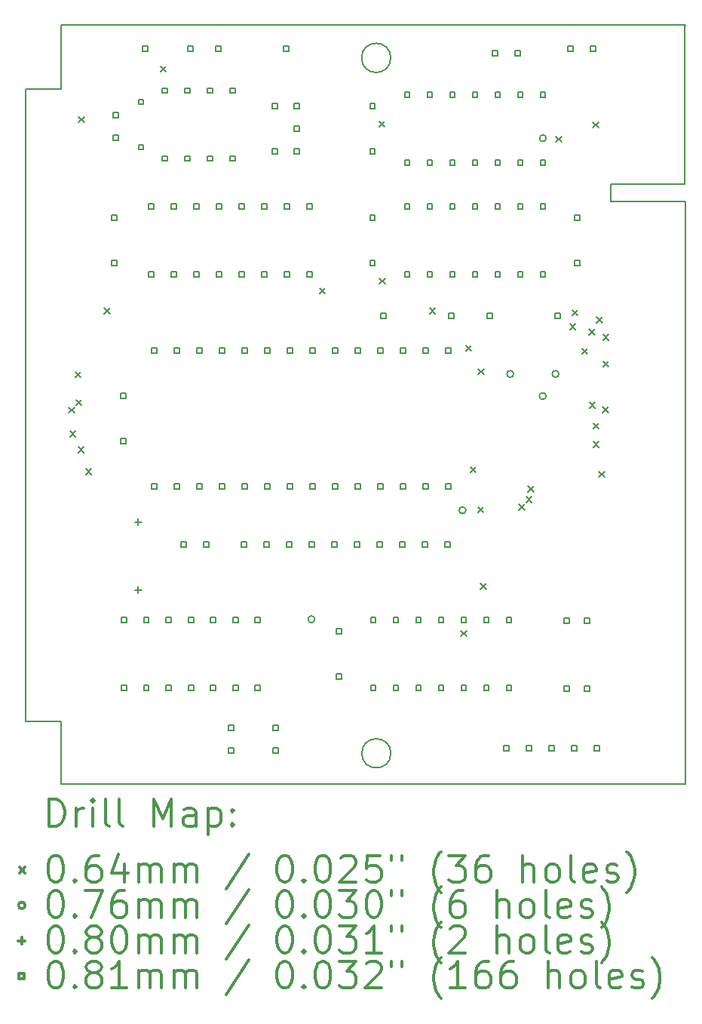
<source format=gbr>
%FSLAX45Y45*%
G04 Gerber Fmt 4.5, Leading zero omitted, Abs format (unit mm)*
G04 Created by KiCad (PCBNEW 4.0.5) date 02/22/17 12:47:48*
%MOMM*%
%LPD*%
G01*
G04 APERTURE LIST*
%ADD10C,0.127000*%
%ADD11C,0.150000*%
%ADD12C,0.200000*%
%ADD13C,0.300000*%
G04 APERTURE END LIST*
D10*
D11*
X15153670Y-4953000D02*
G75*
G03X15153670Y-4953000I-163670J0D01*
G01*
X15154742Y-12756000D02*
G75*
G03X15154742Y-12756000I-162742J0D01*
G01*
X18459000Y-4587000D02*
X18459000Y-4591000D01*
X11449000Y-4587000D02*
X18459000Y-4587000D01*
X11449000Y-5300000D02*
X11449000Y-4587000D01*
X11057000Y-5300000D02*
X11449000Y-5300000D01*
X11057000Y-12402000D02*
X11057000Y-5300000D01*
X11449000Y-12402000D02*
X11057000Y-12402000D01*
X11449000Y-13099000D02*
X11449000Y-12402000D01*
X18459000Y-13099000D02*
X11449000Y-13099000D01*
X18459000Y-6561000D02*
X18459000Y-13099000D01*
X17621000Y-6561000D02*
X18459000Y-6561000D01*
X17621000Y-6367000D02*
X17621000Y-6561000D01*
X18456000Y-6367000D02*
X17621000Y-6367000D01*
X18456000Y-4583000D02*
X18456000Y-6367000D01*
D12*
X11540080Y-8874550D02*
X11603580Y-8938050D01*
X11603580Y-8874550D02*
X11540080Y-8938050D01*
X11550770Y-9139860D02*
X11614270Y-9203360D01*
X11614270Y-9139860D02*
X11550770Y-9203360D01*
X11611220Y-8475610D02*
X11674720Y-8539110D01*
X11674720Y-8475610D02*
X11611220Y-8539110D01*
X11620520Y-8791080D02*
X11684020Y-8854580D01*
X11684020Y-8791080D02*
X11620520Y-8854580D01*
X11645200Y-9319160D02*
X11708700Y-9382660D01*
X11708700Y-9319160D02*
X11645200Y-9382660D01*
X11649730Y-5613060D02*
X11713230Y-5676560D01*
X11713230Y-5613060D02*
X11649730Y-5676560D01*
X11730560Y-9563770D02*
X11794060Y-9627270D01*
X11794060Y-9563770D02*
X11730560Y-9627270D01*
X11935090Y-7759020D02*
X11998590Y-7822520D01*
X11998590Y-7759020D02*
X11935090Y-7822520D01*
X12567760Y-5045840D02*
X12631260Y-5109340D01*
X12631260Y-5045840D02*
X12567760Y-5109340D01*
X14353550Y-7536270D02*
X14417050Y-7599770D01*
X14417050Y-7536270D02*
X14353550Y-7599770D01*
X15022240Y-5663400D02*
X15085740Y-5726900D01*
X15085740Y-5663400D02*
X15022240Y-5726900D01*
X15027550Y-7427700D02*
X15091050Y-7491200D01*
X15091050Y-7427700D02*
X15027550Y-7491200D01*
X15592220Y-7759670D02*
X15655720Y-7823170D01*
X15655720Y-7759670D02*
X15592220Y-7823170D01*
X15942250Y-11379810D02*
X16005750Y-11443310D01*
X16005750Y-11379810D02*
X15942250Y-11443310D01*
X15998310Y-8178270D02*
X16061810Y-8241770D01*
X16061810Y-8178270D02*
X15998310Y-8241770D01*
X16048450Y-9541890D02*
X16111950Y-9605390D01*
X16111950Y-9541890D02*
X16048450Y-9605390D01*
X16131780Y-9990060D02*
X16195280Y-10053560D01*
X16195280Y-9990060D02*
X16131780Y-10053560D01*
X16136570Y-8443420D02*
X16200070Y-8506920D01*
X16200070Y-8443420D02*
X16136570Y-8506920D01*
X16160560Y-10850760D02*
X16224060Y-10914260D01*
X16224060Y-10850760D02*
X16160560Y-10914260D01*
X16593570Y-9961770D02*
X16657070Y-10025270D01*
X16657070Y-9961770D02*
X16593570Y-10025270D01*
X16673720Y-9875790D02*
X16737220Y-9939290D01*
X16737220Y-9875790D02*
X16673720Y-9939290D01*
X16695910Y-9758750D02*
X16759410Y-9822250D01*
X16759410Y-9758750D02*
X16695910Y-9822250D01*
X17007000Y-5832810D02*
X17070500Y-5896310D01*
X17070500Y-5832810D02*
X17007000Y-5896310D01*
X17165740Y-7937390D02*
X17229240Y-8000890D01*
X17229240Y-7937390D02*
X17165740Y-8000890D01*
X17192630Y-7782760D02*
X17256130Y-7846260D01*
X17256130Y-7782760D02*
X17192630Y-7846260D01*
X17300580Y-8214430D02*
X17364080Y-8277930D01*
X17364080Y-8214430D02*
X17300580Y-8277930D01*
X17383280Y-7998300D02*
X17446780Y-8061800D01*
X17446780Y-7998300D02*
X17383280Y-8061800D01*
X17386230Y-8817030D02*
X17449730Y-8880530D01*
X17449730Y-8817030D02*
X17386230Y-8880530D01*
X17422780Y-5672170D02*
X17486280Y-5735670D01*
X17486280Y-5672170D02*
X17422780Y-5735670D01*
X17426970Y-9259870D02*
X17490470Y-9323370D01*
X17490470Y-9259870D02*
X17426970Y-9323370D01*
X17428960Y-9052090D02*
X17492460Y-9115590D01*
X17492460Y-9052090D02*
X17428960Y-9115590D01*
X17465870Y-7860600D02*
X17529370Y-7924100D01*
X17529370Y-7860600D02*
X17465870Y-7924100D01*
X17492520Y-9593630D02*
X17556020Y-9657130D01*
X17556020Y-9593630D02*
X17492520Y-9657130D01*
X17532150Y-8870300D02*
X17595650Y-8933800D01*
X17595650Y-8870300D02*
X17532150Y-8933800D01*
X17538030Y-8358800D02*
X17601530Y-8422300D01*
X17601530Y-8358800D02*
X17538030Y-8422300D01*
X17539880Y-8057630D02*
X17603380Y-8121130D01*
X17603380Y-8057630D02*
X17539880Y-8121130D01*
X14301430Y-11253200D02*
G75*
G03X14301430Y-11253200I-38100J0D01*
G01*
X15997610Y-10029010D02*
G75*
G03X15997610Y-10029010I-38100J0D01*
G01*
X16534100Y-8500000D02*
G75*
G03X16534100Y-8500000I-38100J0D01*
G01*
X16898830Y-8748350D02*
G75*
G03X16898830Y-8748350I-38100J0D01*
G01*
X16900330Y-5854330D02*
G75*
G03X16900330Y-5854330I-38100J0D01*
G01*
X17042100Y-8500000D02*
G75*
G03X17042100Y-8500000I-38100J0D01*
G01*
X12319000Y-10120000D02*
X12319000Y-10200000D01*
X12279000Y-10160000D02*
X12359000Y-10160000D01*
X12319000Y-10882000D02*
X12319000Y-10962000D01*
X12279000Y-10922000D02*
X12359000Y-10922000D01*
X12078737Y-6774737D02*
X12078737Y-6717263D01*
X12021263Y-6717263D01*
X12021263Y-6774737D01*
X12078737Y-6774737D01*
X12078737Y-7282737D02*
X12078737Y-7225263D01*
X12021263Y-7225263D01*
X12021263Y-7282737D01*
X12078737Y-7282737D01*
X12093737Y-5626737D02*
X12093737Y-5569263D01*
X12036263Y-5569263D01*
X12036263Y-5626737D01*
X12093737Y-5626737D01*
X12093737Y-5880737D02*
X12093737Y-5823263D01*
X12036263Y-5823263D01*
X12036263Y-5880737D01*
X12093737Y-5880737D01*
X12178737Y-8774737D02*
X12178737Y-8717263D01*
X12121263Y-8717263D01*
X12121263Y-8774737D01*
X12178737Y-8774737D01*
X12178737Y-9282737D02*
X12178737Y-9225263D01*
X12121263Y-9225263D01*
X12121263Y-9282737D01*
X12178737Y-9282737D01*
X12188737Y-11287737D02*
X12188737Y-11230263D01*
X12131263Y-11230263D01*
X12131263Y-11287737D01*
X12188737Y-11287737D01*
X12188737Y-12049737D02*
X12188737Y-11992263D01*
X12131263Y-11992263D01*
X12131263Y-12049737D01*
X12188737Y-12049737D01*
X12378737Y-5474737D02*
X12378737Y-5417263D01*
X12321263Y-5417263D01*
X12321263Y-5474737D01*
X12378737Y-5474737D01*
X12378737Y-5982737D02*
X12378737Y-5925263D01*
X12321263Y-5925263D01*
X12321263Y-5982737D01*
X12378737Y-5982737D01*
X12424737Y-4878737D02*
X12424737Y-4821263D01*
X12367263Y-4821263D01*
X12367263Y-4878737D01*
X12424737Y-4878737D01*
X12438737Y-11287737D02*
X12438737Y-11230263D01*
X12381263Y-11230263D01*
X12381263Y-11287737D01*
X12438737Y-11287737D01*
X12438737Y-12049737D02*
X12438737Y-11992263D01*
X12381263Y-11992263D01*
X12381263Y-12049737D01*
X12438737Y-12049737D01*
X12489737Y-6647737D02*
X12489737Y-6590263D01*
X12432263Y-6590263D01*
X12432263Y-6647737D01*
X12489737Y-6647737D01*
X12489737Y-7409737D02*
X12489737Y-7352263D01*
X12432263Y-7352263D01*
X12432263Y-7409737D01*
X12489737Y-7409737D01*
X12527737Y-8266737D02*
X12527737Y-8209263D01*
X12470263Y-8209263D01*
X12470263Y-8266737D01*
X12527737Y-8266737D01*
X12527737Y-9790737D02*
X12527737Y-9733263D01*
X12470263Y-9733263D01*
X12470263Y-9790737D01*
X12527737Y-9790737D01*
X12647737Y-5347737D02*
X12647737Y-5290263D01*
X12590263Y-5290263D01*
X12590263Y-5347737D01*
X12647737Y-5347737D01*
X12647737Y-6109737D02*
X12647737Y-6052263D01*
X12590263Y-6052263D01*
X12590263Y-6109737D01*
X12647737Y-6109737D01*
X12688737Y-11287737D02*
X12688737Y-11230263D01*
X12631263Y-11230263D01*
X12631263Y-11287737D01*
X12688737Y-11287737D01*
X12688737Y-12049737D02*
X12688737Y-11992263D01*
X12631263Y-11992263D01*
X12631263Y-12049737D01*
X12688737Y-12049737D01*
X12743737Y-6647737D02*
X12743737Y-6590263D01*
X12686263Y-6590263D01*
X12686263Y-6647737D01*
X12743737Y-6647737D01*
X12743737Y-7409737D02*
X12743737Y-7352263D01*
X12686263Y-7352263D01*
X12686263Y-7409737D01*
X12743737Y-7409737D01*
X12781737Y-8266737D02*
X12781737Y-8209263D01*
X12724263Y-8209263D01*
X12724263Y-8266737D01*
X12781737Y-8266737D01*
X12781737Y-9790737D02*
X12781737Y-9733263D01*
X12724263Y-9733263D01*
X12724263Y-9790737D01*
X12781737Y-9790737D01*
X12855737Y-10442737D02*
X12855737Y-10385263D01*
X12798263Y-10385263D01*
X12798263Y-10442737D01*
X12855737Y-10442737D01*
X12901737Y-5347737D02*
X12901737Y-5290263D01*
X12844263Y-5290263D01*
X12844263Y-5347737D01*
X12901737Y-5347737D01*
X12901737Y-6109737D02*
X12901737Y-6052263D01*
X12844263Y-6052263D01*
X12844263Y-6109737D01*
X12901737Y-6109737D01*
X12932737Y-4878737D02*
X12932737Y-4821263D01*
X12875263Y-4821263D01*
X12875263Y-4878737D01*
X12932737Y-4878737D01*
X12938737Y-11287737D02*
X12938737Y-11230263D01*
X12881263Y-11230263D01*
X12881263Y-11287737D01*
X12938737Y-11287737D01*
X12938737Y-12049737D02*
X12938737Y-11992263D01*
X12881263Y-11992263D01*
X12881263Y-12049737D01*
X12938737Y-12049737D01*
X12997737Y-6647737D02*
X12997737Y-6590263D01*
X12940263Y-6590263D01*
X12940263Y-6647737D01*
X12997737Y-6647737D01*
X12997737Y-7409737D02*
X12997737Y-7352263D01*
X12940263Y-7352263D01*
X12940263Y-7409737D01*
X12997737Y-7409737D01*
X13035737Y-8266737D02*
X13035737Y-8209263D01*
X12978263Y-8209263D01*
X12978263Y-8266737D01*
X13035737Y-8266737D01*
X13035737Y-9790737D02*
X13035737Y-9733263D01*
X12978263Y-9733263D01*
X12978263Y-9790737D01*
X13035737Y-9790737D01*
X13109737Y-10442737D02*
X13109737Y-10385263D01*
X13052263Y-10385263D01*
X13052263Y-10442737D01*
X13109737Y-10442737D01*
X13155737Y-5347737D02*
X13155737Y-5290263D01*
X13098263Y-5290263D01*
X13098263Y-5347737D01*
X13155737Y-5347737D01*
X13155737Y-6109737D02*
X13155737Y-6052263D01*
X13098263Y-6052263D01*
X13098263Y-6109737D01*
X13155737Y-6109737D01*
X13188737Y-11287737D02*
X13188737Y-11230263D01*
X13131263Y-11230263D01*
X13131263Y-11287737D01*
X13188737Y-11287737D01*
X13188737Y-12049737D02*
X13188737Y-11992263D01*
X13131263Y-11992263D01*
X13131263Y-12049737D01*
X13188737Y-12049737D01*
X13247737Y-4878737D02*
X13247737Y-4821263D01*
X13190263Y-4821263D01*
X13190263Y-4878737D01*
X13247737Y-4878737D01*
X13251737Y-6647737D02*
X13251737Y-6590263D01*
X13194263Y-6590263D01*
X13194263Y-6647737D01*
X13251737Y-6647737D01*
X13251737Y-7409737D02*
X13251737Y-7352263D01*
X13194263Y-7352263D01*
X13194263Y-7409737D01*
X13251737Y-7409737D01*
X13289737Y-8266737D02*
X13289737Y-8209263D01*
X13232263Y-8209263D01*
X13232263Y-8266737D01*
X13289737Y-8266737D01*
X13289737Y-9790737D02*
X13289737Y-9733263D01*
X13232263Y-9733263D01*
X13232263Y-9790737D01*
X13289737Y-9790737D01*
X13388737Y-12501737D02*
X13388737Y-12444263D01*
X13331263Y-12444263D01*
X13331263Y-12501737D01*
X13388737Y-12501737D01*
X13388737Y-12755737D02*
X13388737Y-12698263D01*
X13331263Y-12698263D01*
X13331263Y-12755737D01*
X13388737Y-12755737D01*
X13409737Y-5347737D02*
X13409737Y-5290263D01*
X13352263Y-5290263D01*
X13352263Y-5347737D01*
X13409737Y-5347737D01*
X13409737Y-6109737D02*
X13409737Y-6052263D01*
X13352263Y-6052263D01*
X13352263Y-6109737D01*
X13409737Y-6109737D01*
X13438737Y-11287737D02*
X13438737Y-11230263D01*
X13381263Y-11230263D01*
X13381263Y-11287737D01*
X13438737Y-11287737D01*
X13438737Y-12049737D02*
X13438737Y-11992263D01*
X13381263Y-11992263D01*
X13381263Y-12049737D01*
X13438737Y-12049737D01*
X13505737Y-6647737D02*
X13505737Y-6590263D01*
X13448263Y-6590263D01*
X13448263Y-6647737D01*
X13505737Y-6647737D01*
X13505737Y-7409737D02*
X13505737Y-7352263D01*
X13448263Y-7352263D01*
X13448263Y-7409737D01*
X13505737Y-7409737D01*
X13535737Y-10438737D02*
X13535737Y-10381263D01*
X13478263Y-10381263D01*
X13478263Y-10438737D01*
X13535737Y-10438737D01*
X13543737Y-8266737D02*
X13543737Y-8209263D01*
X13486263Y-8209263D01*
X13486263Y-8266737D01*
X13543737Y-8266737D01*
X13543737Y-9790737D02*
X13543737Y-9733263D01*
X13486263Y-9733263D01*
X13486263Y-9790737D01*
X13543737Y-9790737D01*
X13688737Y-11287737D02*
X13688737Y-11230263D01*
X13631263Y-11230263D01*
X13631263Y-11287737D01*
X13688737Y-11287737D01*
X13688737Y-12049737D02*
X13688737Y-11992263D01*
X13631263Y-11992263D01*
X13631263Y-12049737D01*
X13688737Y-12049737D01*
X13759737Y-6647737D02*
X13759737Y-6590263D01*
X13702263Y-6590263D01*
X13702263Y-6647737D01*
X13759737Y-6647737D01*
X13759737Y-7409737D02*
X13759737Y-7352263D01*
X13702263Y-7352263D01*
X13702263Y-7409737D01*
X13759737Y-7409737D01*
X13789737Y-10438737D02*
X13789737Y-10381263D01*
X13732263Y-10381263D01*
X13732263Y-10438737D01*
X13789737Y-10438737D01*
X13797737Y-8266737D02*
X13797737Y-8209263D01*
X13740263Y-8209263D01*
X13740263Y-8266737D01*
X13797737Y-8266737D01*
X13797737Y-9790737D02*
X13797737Y-9733263D01*
X13740263Y-9733263D01*
X13740263Y-9790737D01*
X13797737Y-9790737D01*
X13878737Y-5524737D02*
X13878737Y-5467263D01*
X13821263Y-5467263D01*
X13821263Y-5524737D01*
X13878737Y-5524737D01*
X13878737Y-6032737D02*
X13878737Y-5975263D01*
X13821263Y-5975263D01*
X13821263Y-6032737D01*
X13878737Y-6032737D01*
X13888737Y-12501737D02*
X13888737Y-12444263D01*
X13831263Y-12444263D01*
X13831263Y-12501737D01*
X13888737Y-12501737D01*
X13888737Y-12755737D02*
X13888737Y-12698263D01*
X13831263Y-12698263D01*
X13831263Y-12755737D01*
X13888737Y-12755737D01*
X14009737Y-4878737D02*
X14009737Y-4821263D01*
X13952263Y-4821263D01*
X13952263Y-4878737D01*
X14009737Y-4878737D01*
X14013737Y-6647737D02*
X14013737Y-6590263D01*
X13956263Y-6590263D01*
X13956263Y-6647737D01*
X14013737Y-6647737D01*
X14013737Y-7409737D02*
X14013737Y-7352263D01*
X13956263Y-7352263D01*
X13956263Y-7409737D01*
X14013737Y-7409737D01*
X14043737Y-10438737D02*
X14043737Y-10381263D01*
X13986263Y-10381263D01*
X13986263Y-10438737D01*
X14043737Y-10438737D01*
X14051737Y-8266737D02*
X14051737Y-8209263D01*
X13994263Y-8209263D01*
X13994263Y-8266737D01*
X14051737Y-8266737D01*
X14051737Y-9790737D02*
X14051737Y-9733263D01*
X13994263Y-9733263D01*
X13994263Y-9790737D01*
X14051737Y-9790737D01*
X14128737Y-5524737D02*
X14128737Y-5467263D01*
X14071263Y-5467263D01*
X14071263Y-5524737D01*
X14128737Y-5524737D01*
X14128737Y-5778737D02*
X14128737Y-5721263D01*
X14071263Y-5721263D01*
X14071263Y-5778737D01*
X14128737Y-5778737D01*
X14128737Y-6032737D02*
X14128737Y-5975263D01*
X14071263Y-5975263D01*
X14071263Y-6032737D01*
X14128737Y-6032737D01*
X14267737Y-6647737D02*
X14267737Y-6590263D01*
X14210263Y-6590263D01*
X14210263Y-6647737D01*
X14267737Y-6647737D01*
X14267737Y-7409737D02*
X14267737Y-7352263D01*
X14210263Y-7352263D01*
X14210263Y-7409737D01*
X14267737Y-7409737D01*
X14297737Y-10438737D02*
X14297737Y-10381263D01*
X14240263Y-10381263D01*
X14240263Y-10438737D01*
X14297737Y-10438737D01*
X14305737Y-8266737D02*
X14305737Y-8209263D01*
X14248263Y-8209263D01*
X14248263Y-8266737D01*
X14305737Y-8266737D01*
X14305737Y-9790737D02*
X14305737Y-9733263D01*
X14248263Y-9733263D01*
X14248263Y-9790737D01*
X14305737Y-9790737D01*
X14551737Y-10438737D02*
X14551737Y-10381263D01*
X14494263Y-10381263D01*
X14494263Y-10438737D01*
X14551737Y-10438737D01*
X14559737Y-8266737D02*
X14559737Y-8209263D01*
X14502263Y-8209263D01*
X14502263Y-8266737D01*
X14559737Y-8266737D01*
X14559737Y-9790737D02*
X14559737Y-9733263D01*
X14502263Y-9733263D01*
X14502263Y-9790737D01*
X14559737Y-9790737D01*
X14598737Y-11414737D02*
X14598737Y-11357263D01*
X14541263Y-11357263D01*
X14541263Y-11414737D01*
X14598737Y-11414737D01*
X14598737Y-11922737D02*
X14598737Y-11865263D01*
X14541263Y-11865263D01*
X14541263Y-11922737D01*
X14598737Y-11922737D01*
X14805737Y-10438737D02*
X14805737Y-10381263D01*
X14748263Y-10381263D01*
X14748263Y-10438737D01*
X14805737Y-10438737D01*
X14813737Y-8266737D02*
X14813737Y-8209263D01*
X14756263Y-8209263D01*
X14756263Y-8266737D01*
X14813737Y-8266737D01*
X14813737Y-9790737D02*
X14813737Y-9733263D01*
X14756263Y-9733263D01*
X14756263Y-9790737D01*
X14813737Y-9790737D01*
X14978737Y-5524737D02*
X14978737Y-5467263D01*
X14921263Y-5467263D01*
X14921263Y-5524737D01*
X14978737Y-5524737D01*
X14978737Y-6032737D02*
X14978737Y-5975263D01*
X14921263Y-5975263D01*
X14921263Y-6032737D01*
X14978737Y-6032737D01*
X14978737Y-6774737D02*
X14978737Y-6717263D01*
X14921263Y-6717263D01*
X14921263Y-6774737D01*
X14978737Y-6774737D01*
X14978737Y-7282737D02*
X14978737Y-7225263D01*
X14921263Y-7225263D01*
X14921263Y-7282737D01*
X14978737Y-7282737D01*
X14986737Y-11287737D02*
X14986737Y-11230263D01*
X14929263Y-11230263D01*
X14929263Y-11287737D01*
X14986737Y-11287737D01*
X14986737Y-12049737D02*
X14986737Y-11992263D01*
X14929263Y-11992263D01*
X14929263Y-12049737D01*
X14986737Y-12049737D01*
X15059737Y-10438737D02*
X15059737Y-10381263D01*
X15002263Y-10381263D01*
X15002263Y-10438737D01*
X15059737Y-10438737D01*
X15067737Y-8266737D02*
X15067737Y-8209263D01*
X15010263Y-8209263D01*
X15010263Y-8266737D01*
X15067737Y-8266737D01*
X15067737Y-9790737D02*
X15067737Y-9733263D01*
X15010263Y-9733263D01*
X15010263Y-9790737D01*
X15067737Y-9790737D01*
X15097737Y-7878737D02*
X15097737Y-7821263D01*
X15040263Y-7821263D01*
X15040263Y-7878737D01*
X15097737Y-7878737D01*
X15240737Y-11287737D02*
X15240737Y-11230263D01*
X15183263Y-11230263D01*
X15183263Y-11287737D01*
X15240737Y-11287737D01*
X15240737Y-12049737D02*
X15240737Y-11992263D01*
X15183263Y-11992263D01*
X15183263Y-12049737D01*
X15240737Y-12049737D01*
X15313737Y-10438737D02*
X15313737Y-10381263D01*
X15256263Y-10381263D01*
X15256263Y-10438737D01*
X15313737Y-10438737D01*
X15321737Y-8266737D02*
X15321737Y-8209263D01*
X15264263Y-8209263D01*
X15264263Y-8266737D01*
X15321737Y-8266737D01*
X15321737Y-9790737D02*
X15321737Y-9733263D01*
X15264263Y-9733263D01*
X15264263Y-9790737D01*
X15321737Y-9790737D01*
X15366737Y-5397737D02*
X15366737Y-5340263D01*
X15309263Y-5340263D01*
X15309263Y-5397737D01*
X15366737Y-5397737D01*
X15366737Y-6159737D02*
X15366737Y-6102263D01*
X15309263Y-6102263D01*
X15309263Y-6159737D01*
X15366737Y-6159737D01*
X15366737Y-6647737D02*
X15366737Y-6590263D01*
X15309263Y-6590263D01*
X15309263Y-6647737D01*
X15366737Y-6647737D01*
X15366737Y-7409737D02*
X15366737Y-7352263D01*
X15309263Y-7352263D01*
X15309263Y-7409737D01*
X15366737Y-7409737D01*
X15494737Y-11287737D02*
X15494737Y-11230263D01*
X15437263Y-11230263D01*
X15437263Y-11287737D01*
X15494737Y-11287737D01*
X15494737Y-12049737D02*
X15494737Y-11992263D01*
X15437263Y-11992263D01*
X15437263Y-12049737D01*
X15494737Y-12049737D01*
X15567737Y-10438737D02*
X15567737Y-10381263D01*
X15510263Y-10381263D01*
X15510263Y-10438737D01*
X15567737Y-10438737D01*
X15575737Y-8266737D02*
X15575737Y-8209263D01*
X15518263Y-8209263D01*
X15518263Y-8266737D01*
X15575737Y-8266737D01*
X15575737Y-9790737D02*
X15575737Y-9733263D01*
X15518263Y-9733263D01*
X15518263Y-9790737D01*
X15575737Y-9790737D01*
X15620737Y-5397737D02*
X15620737Y-5340263D01*
X15563263Y-5340263D01*
X15563263Y-5397737D01*
X15620737Y-5397737D01*
X15620737Y-6159737D02*
X15620737Y-6102263D01*
X15563263Y-6102263D01*
X15563263Y-6159737D01*
X15620737Y-6159737D01*
X15620737Y-6647737D02*
X15620737Y-6590263D01*
X15563263Y-6590263D01*
X15563263Y-6647737D01*
X15620737Y-6647737D01*
X15620737Y-7409737D02*
X15620737Y-7352263D01*
X15563263Y-7352263D01*
X15563263Y-7409737D01*
X15620737Y-7409737D01*
X15748737Y-11287737D02*
X15748737Y-11230263D01*
X15691263Y-11230263D01*
X15691263Y-11287737D01*
X15748737Y-11287737D01*
X15748737Y-12049737D02*
X15748737Y-11992263D01*
X15691263Y-11992263D01*
X15691263Y-12049737D01*
X15748737Y-12049737D01*
X15821737Y-10438737D02*
X15821737Y-10381263D01*
X15764263Y-10381263D01*
X15764263Y-10438737D01*
X15821737Y-10438737D01*
X15829737Y-8266737D02*
X15829737Y-8209263D01*
X15772263Y-8209263D01*
X15772263Y-8266737D01*
X15829737Y-8266737D01*
X15829737Y-9790737D02*
X15829737Y-9733263D01*
X15772263Y-9733263D01*
X15772263Y-9790737D01*
X15829737Y-9790737D01*
X15859737Y-7878737D02*
X15859737Y-7821263D01*
X15802263Y-7821263D01*
X15802263Y-7878737D01*
X15859737Y-7878737D01*
X15874737Y-5397737D02*
X15874737Y-5340263D01*
X15817263Y-5340263D01*
X15817263Y-5397737D01*
X15874737Y-5397737D01*
X15874737Y-6159737D02*
X15874737Y-6102263D01*
X15817263Y-6102263D01*
X15817263Y-6159737D01*
X15874737Y-6159737D01*
X15874737Y-6647737D02*
X15874737Y-6590263D01*
X15817263Y-6590263D01*
X15817263Y-6647737D01*
X15874737Y-6647737D01*
X15874737Y-7409737D02*
X15874737Y-7352263D01*
X15817263Y-7352263D01*
X15817263Y-7409737D01*
X15874737Y-7409737D01*
X16002737Y-11287737D02*
X16002737Y-11230263D01*
X15945263Y-11230263D01*
X15945263Y-11287737D01*
X16002737Y-11287737D01*
X16002737Y-12049737D02*
X16002737Y-11992263D01*
X15945263Y-11992263D01*
X15945263Y-12049737D01*
X16002737Y-12049737D01*
X16128737Y-5397737D02*
X16128737Y-5340263D01*
X16071263Y-5340263D01*
X16071263Y-5397737D01*
X16128737Y-5397737D01*
X16128737Y-6159737D02*
X16128737Y-6102263D01*
X16071263Y-6102263D01*
X16071263Y-6159737D01*
X16128737Y-6159737D01*
X16128737Y-6647737D02*
X16128737Y-6590263D01*
X16071263Y-6590263D01*
X16071263Y-6647737D01*
X16128737Y-6647737D01*
X16128737Y-7409737D02*
X16128737Y-7352263D01*
X16071263Y-7352263D01*
X16071263Y-7409737D01*
X16128737Y-7409737D01*
X16256737Y-11287737D02*
X16256737Y-11230263D01*
X16199263Y-11230263D01*
X16199263Y-11287737D01*
X16256737Y-11287737D01*
X16256737Y-12049737D02*
X16256737Y-11992263D01*
X16199263Y-11992263D01*
X16199263Y-12049737D01*
X16256737Y-12049737D01*
X16297737Y-7878737D02*
X16297737Y-7821263D01*
X16240263Y-7821263D01*
X16240263Y-7878737D01*
X16297737Y-7878737D01*
X16351737Y-4928737D02*
X16351737Y-4871263D01*
X16294263Y-4871263D01*
X16294263Y-4928737D01*
X16351737Y-4928737D01*
X16382737Y-5397737D02*
X16382737Y-5340263D01*
X16325263Y-5340263D01*
X16325263Y-5397737D01*
X16382737Y-5397737D01*
X16382737Y-6159737D02*
X16382737Y-6102263D01*
X16325263Y-6102263D01*
X16325263Y-6159737D01*
X16382737Y-6159737D01*
X16382737Y-6647737D02*
X16382737Y-6590263D01*
X16325263Y-6590263D01*
X16325263Y-6647737D01*
X16382737Y-6647737D01*
X16382737Y-7409737D02*
X16382737Y-7352263D01*
X16325263Y-7352263D01*
X16325263Y-7409737D01*
X16382737Y-7409737D01*
X16483737Y-12728737D02*
X16483737Y-12671263D01*
X16426263Y-12671263D01*
X16426263Y-12728737D01*
X16483737Y-12728737D01*
X16510737Y-11287737D02*
X16510737Y-11230263D01*
X16453263Y-11230263D01*
X16453263Y-11287737D01*
X16510737Y-11287737D01*
X16510737Y-12049737D02*
X16510737Y-11992263D01*
X16453263Y-11992263D01*
X16453263Y-12049737D01*
X16510737Y-12049737D01*
X16605737Y-4928737D02*
X16605737Y-4871263D01*
X16548263Y-4871263D01*
X16548263Y-4928737D01*
X16605737Y-4928737D01*
X16636737Y-5397737D02*
X16636737Y-5340263D01*
X16579263Y-5340263D01*
X16579263Y-5397737D01*
X16636737Y-5397737D01*
X16636737Y-6159737D02*
X16636737Y-6102263D01*
X16579263Y-6102263D01*
X16579263Y-6159737D01*
X16636737Y-6159737D01*
X16636737Y-6647737D02*
X16636737Y-6590263D01*
X16579263Y-6590263D01*
X16579263Y-6647737D01*
X16636737Y-6647737D01*
X16636737Y-7409737D02*
X16636737Y-7352263D01*
X16579263Y-7352263D01*
X16579263Y-7409737D01*
X16636737Y-7409737D01*
X16737737Y-12728737D02*
X16737737Y-12671263D01*
X16680263Y-12671263D01*
X16680263Y-12728737D01*
X16737737Y-12728737D01*
X16890737Y-5397737D02*
X16890737Y-5340263D01*
X16833263Y-5340263D01*
X16833263Y-5397737D01*
X16890737Y-5397737D01*
X16890737Y-6159737D02*
X16890737Y-6102263D01*
X16833263Y-6102263D01*
X16833263Y-6159737D01*
X16890737Y-6159737D01*
X16890737Y-6647737D02*
X16890737Y-6590263D01*
X16833263Y-6590263D01*
X16833263Y-6647737D01*
X16890737Y-6647737D01*
X16890737Y-7409737D02*
X16890737Y-7352263D01*
X16833263Y-7352263D01*
X16833263Y-7409737D01*
X16890737Y-7409737D01*
X16991737Y-12728737D02*
X16991737Y-12671263D01*
X16934263Y-12671263D01*
X16934263Y-12728737D01*
X16991737Y-12728737D01*
X17059737Y-7878737D02*
X17059737Y-7821263D01*
X17002263Y-7821263D01*
X17002263Y-7878737D01*
X17059737Y-7878737D01*
X17158737Y-11297737D02*
X17158737Y-11240263D01*
X17101263Y-11240263D01*
X17101263Y-11297737D01*
X17158737Y-11297737D01*
X17158737Y-12059737D02*
X17158737Y-12002263D01*
X17101263Y-12002263D01*
X17101263Y-12059737D01*
X17158737Y-12059737D01*
X17201737Y-4878737D02*
X17201737Y-4821263D01*
X17144263Y-4821263D01*
X17144263Y-4878737D01*
X17201737Y-4878737D01*
X17245737Y-12728737D02*
X17245737Y-12671263D01*
X17188263Y-12671263D01*
X17188263Y-12728737D01*
X17245737Y-12728737D01*
X17278737Y-6774737D02*
X17278737Y-6717263D01*
X17221263Y-6717263D01*
X17221263Y-6774737D01*
X17278737Y-6774737D01*
X17278737Y-7282737D02*
X17278737Y-7225263D01*
X17221263Y-7225263D01*
X17221263Y-7282737D01*
X17278737Y-7282737D01*
X17388737Y-11297737D02*
X17388737Y-11240263D01*
X17331263Y-11240263D01*
X17331263Y-11297737D01*
X17388737Y-11297737D01*
X17388737Y-12059737D02*
X17388737Y-12002263D01*
X17331263Y-12002263D01*
X17331263Y-12059737D01*
X17388737Y-12059737D01*
X17455737Y-4878737D02*
X17455737Y-4821263D01*
X17398263Y-4821263D01*
X17398263Y-4878737D01*
X17455737Y-4878737D01*
X17499737Y-12728737D02*
X17499737Y-12671263D01*
X17442263Y-12671263D01*
X17442263Y-12728737D01*
X17499737Y-12728737D01*
D13*
X11320928Y-13572214D02*
X11320928Y-13272214D01*
X11392357Y-13272214D01*
X11435214Y-13286500D01*
X11463786Y-13315071D01*
X11478071Y-13343643D01*
X11492357Y-13400786D01*
X11492357Y-13443643D01*
X11478071Y-13500786D01*
X11463786Y-13529357D01*
X11435214Y-13557929D01*
X11392357Y-13572214D01*
X11320928Y-13572214D01*
X11620928Y-13572214D02*
X11620928Y-13372214D01*
X11620928Y-13429357D02*
X11635214Y-13400786D01*
X11649500Y-13386500D01*
X11678071Y-13372214D01*
X11706643Y-13372214D01*
X11806643Y-13572214D02*
X11806643Y-13372214D01*
X11806643Y-13272214D02*
X11792357Y-13286500D01*
X11806643Y-13300786D01*
X11820928Y-13286500D01*
X11806643Y-13272214D01*
X11806643Y-13300786D01*
X11992357Y-13572214D02*
X11963786Y-13557929D01*
X11949500Y-13529357D01*
X11949500Y-13272214D01*
X12149500Y-13572214D02*
X12120928Y-13557929D01*
X12106643Y-13529357D01*
X12106643Y-13272214D01*
X12492357Y-13572214D02*
X12492357Y-13272214D01*
X12592357Y-13486500D01*
X12692357Y-13272214D01*
X12692357Y-13572214D01*
X12963786Y-13572214D02*
X12963786Y-13415071D01*
X12949500Y-13386500D01*
X12920928Y-13372214D01*
X12863786Y-13372214D01*
X12835214Y-13386500D01*
X12963786Y-13557929D02*
X12935214Y-13572214D01*
X12863786Y-13572214D01*
X12835214Y-13557929D01*
X12820928Y-13529357D01*
X12820928Y-13500786D01*
X12835214Y-13472214D01*
X12863786Y-13457929D01*
X12935214Y-13457929D01*
X12963786Y-13443643D01*
X13106643Y-13372214D02*
X13106643Y-13672214D01*
X13106643Y-13386500D02*
X13135214Y-13372214D01*
X13192357Y-13372214D01*
X13220928Y-13386500D01*
X13235214Y-13400786D01*
X13249500Y-13429357D01*
X13249500Y-13515071D01*
X13235214Y-13543643D01*
X13220928Y-13557929D01*
X13192357Y-13572214D01*
X13135214Y-13572214D01*
X13106643Y-13557929D01*
X13378071Y-13543643D02*
X13392357Y-13557929D01*
X13378071Y-13572214D01*
X13363786Y-13557929D01*
X13378071Y-13543643D01*
X13378071Y-13572214D01*
X13378071Y-13386500D02*
X13392357Y-13400786D01*
X13378071Y-13415071D01*
X13363786Y-13400786D01*
X13378071Y-13386500D01*
X13378071Y-13415071D01*
X10986000Y-14034750D02*
X11049500Y-14098250D01*
X11049500Y-14034750D02*
X10986000Y-14098250D01*
X11378071Y-13902214D02*
X11406643Y-13902214D01*
X11435214Y-13916500D01*
X11449500Y-13930786D01*
X11463786Y-13959357D01*
X11478071Y-14016500D01*
X11478071Y-14087929D01*
X11463786Y-14145071D01*
X11449500Y-14173643D01*
X11435214Y-14187929D01*
X11406643Y-14202214D01*
X11378071Y-14202214D01*
X11349500Y-14187929D01*
X11335214Y-14173643D01*
X11320928Y-14145071D01*
X11306643Y-14087929D01*
X11306643Y-14016500D01*
X11320928Y-13959357D01*
X11335214Y-13930786D01*
X11349500Y-13916500D01*
X11378071Y-13902214D01*
X11606643Y-14173643D02*
X11620928Y-14187929D01*
X11606643Y-14202214D01*
X11592357Y-14187929D01*
X11606643Y-14173643D01*
X11606643Y-14202214D01*
X11878071Y-13902214D02*
X11820928Y-13902214D01*
X11792357Y-13916500D01*
X11778071Y-13930786D01*
X11749500Y-13973643D01*
X11735214Y-14030786D01*
X11735214Y-14145071D01*
X11749500Y-14173643D01*
X11763786Y-14187929D01*
X11792357Y-14202214D01*
X11849500Y-14202214D01*
X11878071Y-14187929D01*
X11892357Y-14173643D01*
X11906643Y-14145071D01*
X11906643Y-14073643D01*
X11892357Y-14045071D01*
X11878071Y-14030786D01*
X11849500Y-14016500D01*
X11792357Y-14016500D01*
X11763786Y-14030786D01*
X11749500Y-14045071D01*
X11735214Y-14073643D01*
X12163786Y-14002214D02*
X12163786Y-14202214D01*
X12092357Y-13887929D02*
X12020928Y-14102214D01*
X12206643Y-14102214D01*
X12320928Y-14202214D02*
X12320928Y-14002214D01*
X12320928Y-14030786D02*
X12335214Y-14016500D01*
X12363786Y-14002214D01*
X12406643Y-14002214D01*
X12435214Y-14016500D01*
X12449500Y-14045071D01*
X12449500Y-14202214D01*
X12449500Y-14045071D02*
X12463786Y-14016500D01*
X12492357Y-14002214D01*
X12535214Y-14002214D01*
X12563786Y-14016500D01*
X12578071Y-14045071D01*
X12578071Y-14202214D01*
X12720928Y-14202214D02*
X12720928Y-14002214D01*
X12720928Y-14030786D02*
X12735214Y-14016500D01*
X12763786Y-14002214D01*
X12806643Y-14002214D01*
X12835214Y-14016500D01*
X12849500Y-14045071D01*
X12849500Y-14202214D01*
X12849500Y-14045071D02*
X12863786Y-14016500D01*
X12892357Y-14002214D01*
X12935214Y-14002214D01*
X12963786Y-14016500D01*
X12978071Y-14045071D01*
X12978071Y-14202214D01*
X13563786Y-13887929D02*
X13306643Y-14273643D01*
X13949500Y-13902214D02*
X13978071Y-13902214D01*
X14006643Y-13916500D01*
X14020928Y-13930786D01*
X14035214Y-13959357D01*
X14049500Y-14016500D01*
X14049500Y-14087929D01*
X14035214Y-14145071D01*
X14020928Y-14173643D01*
X14006643Y-14187929D01*
X13978071Y-14202214D01*
X13949500Y-14202214D01*
X13920928Y-14187929D01*
X13906643Y-14173643D01*
X13892357Y-14145071D01*
X13878071Y-14087929D01*
X13878071Y-14016500D01*
X13892357Y-13959357D01*
X13906643Y-13930786D01*
X13920928Y-13916500D01*
X13949500Y-13902214D01*
X14178071Y-14173643D02*
X14192357Y-14187929D01*
X14178071Y-14202214D01*
X14163786Y-14187929D01*
X14178071Y-14173643D01*
X14178071Y-14202214D01*
X14378071Y-13902214D02*
X14406643Y-13902214D01*
X14435214Y-13916500D01*
X14449500Y-13930786D01*
X14463785Y-13959357D01*
X14478071Y-14016500D01*
X14478071Y-14087929D01*
X14463785Y-14145071D01*
X14449500Y-14173643D01*
X14435214Y-14187929D01*
X14406643Y-14202214D01*
X14378071Y-14202214D01*
X14349500Y-14187929D01*
X14335214Y-14173643D01*
X14320928Y-14145071D01*
X14306643Y-14087929D01*
X14306643Y-14016500D01*
X14320928Y-13959357D01*
X14335214Y-13930786D01*
X14349500Y-13916500D01*
X14378071Y-13902214D01*
X14592357Y-13930786D02*
X14606643Y-13916500D01*
X14635214Y-13902214D01*
X14706643Y-13902214D01*
X14735214Y-13916500D01*
X14749500Y-13930786D01*
X14763785Y-13959357D01*
X14763785Y-13987929D01*
X14749500Y-14030786D01*
X14578071Y-14202214D01*
X14763785Y-14202214D01*
X15035214Y-13902214D02*
X14892357Y-13902214D01*
X14878071Y-14045071D01*
X14892357Y-14030786D01*
X14920928Y-14016500D01*
X14992357Y-14016500D01*
X15020928Y-14030786D01*
X15035214Y-14045071D01*
X15049500Y-14073643D01*
X15049500Y-14145071D01*
X15035214Y-14173643D01*
X15020928Y-14187929D01*
X14992357Y-14202214D01*
X14920928Y-14202214D01*
X14892357Y-14187929D01*
X14878071Y-14173643D01*
X15163786Y-13902214D02*
X15163786Y-13959357D01*
X15278071Y-13902214D02*
X15278071Y-13959357D01*
X15720928Y-14316500D02*
X15706643Y-14302214D01*
X15678071Y-14259357D01*
X15663785Y-14230786D01*
X15649500Y-14187929D01*
X15635214Y-14116500D01*
X15635214Y-14059357D01*
X15649500Y-13987929D01*
X15663785Y-13945071D01*
X15678071Y-13916500D01*
X15706643Y-13873643D01*
X15720928Y-13859357D01*
X15806643Y-13902214D02*
X15992357Y-13902214D01*
X15892357Y-14016500D01*
X15935214Y-14016500D01*
X15963785Y-14030786D01*
X15978071Y-14045071D01*
X15992357Y-14073643D01*
X15992357Y-14145071D01*
X15978071Y-14173643D01*
X15963785Y-14187929D01*
X15935214Y-14202214D01*
X15849500Y-14202214D01*
X15820928Y-14187929D01*
X15806643Y-14173643D01*
X16249500Y-13902214D02*
X16192357Y-13902214D01*
X16163785Y-13916500D01*
X16149500Y-13930786D01*
X16120928Y-13973643D01*
X16106643Y-14030786D01*
X16106643Y-14145071D01*
X16120928Y-14173643D01*
X16135214Y-14187929D01*
X16163785Y-14202214D01*
X16220928Y-14202214D01*
X16249500Y-14187929D01*
X16263785Y-14173643D01*
X16278071Y-14145071D01*
X16278071Y-14073643D01*
X16263785Y-14045071D01*
X16249500Y-14030786D01*
X16220928Y-14016500D01*
X16163785Y-14016500D01*
X16135214Y-14030786D01*
X16120928Y-14045071D01*
X16106643Y-14073643D01*
X16635214Y-14202214D02*
X16635214Y-13902214D01*
X16763785Y-14202214D02*
X16763785Y-14045071D01*
X16749500Y-14016500D01*
X16720928Y-14002214D01*
X16678071Y-14002214D01*
X16649500Y-14016500D01*
X16635214Y-14030786D01*
X16949500Y-14202214D02*
X16920928Y-14187929D01*
X16906643Y-14173643D01*
X16892357Y-14145071D01*
X16892357Y-14059357D01*
X16906643Y-14030786D01*
X16920928Y-14016500D01*
X16949500Y-14002214D01*
X16992357Y-14002214D01*
X17020928Y-14016500D01*
X17035214Y-14030786D01*
X17049500Y-14059357D01*
X17049500Y-14145071D01*
X17035214Y-14173643D01*
X17020928Y-14187929D01*
X16992357Y-14202214D01*
X16949500Y-14202214D01*
X17220928Y-14202214D02*
X17192357Y-14187929D01*
X17178071Y-14159357D01*
X17178071Y-13902214D01*
X17449500Y-14187929D02*
X17420929Y-14202214D01*
X17363786Y-14202214D01*
X17335214Y-14187929D01*
X17320929Y-14159357D01*
X17320929Y-14045071D01*
X17335214Y-14016500D01*
X17363786Y-14002214D01*
X17420929Y-14002214D01*
X17449500Y-14016500D01*
X17463786Y-14045071D01*
X17463786Y-14073643D01*
X17320929Y-14102214D01*
X17578071Y-14187929D02*
X17606643Y-14202214D01*
X17663786Y-14202214D01*
X17692357Y-14187929D01*
X17706643Y-14159357D01*
X17706643Y-14145071D01*
X17692357Y-14116500D01*
X17663786Y-14102214D01*
X17620929Y-14102214D01*
X17592357Y-14087929D01*
X17578071Y-14059357D01*
X17578071Y-14045071D01*
X17592357Y-14016500D01*
X17620929Y-14002214D01*
X17663786Y-14002214D01*
X17692357Y-14016500D01*
X17806643Y-14316500D02*
X17820929Y-14302214D01*
X17849500Y-14259357D01*
X17863786Y-14230786D01*
X17878071Y-14187929D01*
X17892357Y-14116500D01*
X17892357Y-14059357D01*
X17878071Y-13987929D01*
X17863786Y-13945071D01*
X17849500Y-13916500D01*
X17820929Y-13873643D01*
X17806643Y-13859357D01*
X11049500Y-14462500D02*
G75*
G03X11049500Y-14462500I-38100J0D01*
G01*
X11378071Y-14298214D02*
X11406643Y-14298214D01*
X11435214Y-14312500D01*
X11449500Y-14326786D01*
X11463786Y-14355357D01*
X11478071Y-14412500D01*
X11478071Y-14483929D01*
X11463786Y-14541071D01*
X11449500Y-14569643D01*
X11435214Y-14583929D01*
X11406643Y-14598214D01*
X11378071Y-14598214D01*
X11349500Y-14583929D01*
X11335214Y-14569643D01*
X11320928Y-14541071D01*
X11306643Y-14483929D01*
X11306643Y-14412500D01*
X11320928Y-14355357D01*
X11335214Y-14326786D01*
X11349500Y-14312500D01*
X11378071Y-14298214D01*
X11606643Y-14569643D02*
X11620928Y-14583929D01*
X11606643Y-14598214D01*
X11592357Y-14583929D01*
X11606643Y-14569643D01*
X11606643Y-14598214D01*
X11720928Y-14298214D02*
X11920928Y-14298214D01*
X11792357Y-14598214D01*
X12163786Y-14298214D02*
X12106643Y-14298214D01*
X12078071Y-14312500D01*
X12063786Y-14326786D01*
X12035214Y-14369643D01*
X12020928Y-14426786D01*
X12020928Y-14541071D01*
X12035214Y-14569643D01*
X12049500Y-14583929D01*
X12078071Y-14598214D01*
X12135214Y-14598214D01*
X12163786Y-14583929D01*
X12178071Y-14569643D01*
X12192357Y-14541071D01*
X12192357Y-14469643D01*
X12178071Y-14441071D01*
X12163786Y-14426786D01*
X12135214Y-14412500D01*
X12078071Y-14412500D01*
X12049500Y-14426786D01*
X12035214Y-14441071D01*
X12020928Y-14469643D01*
X12320928Y-14598214D02*
X12320928Y-14398214D01*
X12320928Y-14426786D02*
X12335214Y-14412500D01*
X12363786Y-14398214D01*
X12406643Y-14398214D01*
X12435214Y-14412500D01*
X12449500Y-14441071D01*
X12449500Y-14598214D01*
X12449500Y-14441071D02*
X12463786Y-14412500D01*
X12492357Y-14398214D01*
X12535214Y-14398214D01*
X12563786Y-14412500D01*
X12578071Y-14441071D01*
X12578071Y-14598214D01*
X12720928Y-14598214D02*
X12720928Y-14398214D01*
X12720928Y-14426786D02*
X12735214Y-14412500D01*
X12763786Y-14398214D01*
X12806643Y-14398214D01*
X12835214Y-14412500D01*
X12849500Y-14441071D01*
X12849500Y-14598214D01*
X12849500Y-14441071D02*
X12863786Y-14412500D01*
X12892357Y-14398214D01*
X12935214Y-14398214D01*
X12963786Y-14412500D01*
X12978071Y-14441071D01*
X12978071Y-14598214D01*
X13563786Y-14283929D02*
X13306643Y-14669643D01*
X13949500Y-14298214D02*
X13978071Y-14298214D01*
X14006643Y-14312500D01*
X14020928Y-14326786D01*
X14035214Y-14355357D01*
X14049500Y-14412500D01*
X14049500Y-14483929D01*
X14035214Y-14541071D01*
X14020928Y-14569643D01*
X14006643Y-14583929D01*
X13978071Y-14598214D01*
X13949500Y-14598214D01*
X13920928Y-14583929D01*
X13906643Y-14569643D01*
X13892357Y-14541071D01*
X13878071Y-14483929D01*
X13878071Y-14412500D01*
X13892357Y-14355357D01*
X13906643Y-14326786D01*
X13920928Y-14312500D01*
X13949500Y-14298214D01*
X14178071Y-14569643D02*
X14192357Y-14583929D01*
X14178071Y-14598214D01*
X14163786Y-14583929D01*
X14178071Y-14569643D01*
X14178071Y-14598214D01*
X14378071Y-14298214D02*
X14406643Y-14298214D01*
X14435214Y-14312500D01*
X14449500Y-14326786D01*
X14463785Y-14355357D01*
X14478071Y-14412500D01*
X14478071Y-14483929D01*
X14463785Y-14541071D01*
X14449500Y-14569643D01*
X14435214Y-14583929D01*
X14406643Y-14598214D01*
X14378071Y-14598214D01*
X14349500Y-14583929D01*
X14335214Y-14569643D01*
X14320928Y-14541071D01*
X14306643Y-14483929D01*
X14306643Y-14412500D01*
X14320928Y-14355357D01*
X14335214Y-14326786D01*
X14349500Y-14312500D01*
X14378071Y-14298214D01*
X14578071Y-14298214D02*
X14763785Y-14298214D01*
X14663785Y-14412500D01*
X14706643Y-14412500D01*
X14735214Y-14426786D01*
X14749500Y-14441071D01*
X14763785Y-14469643D01*
X14763785Y-14541071D01*
X14749500Y-14569643D01*
X14735214Y-14583929D01*
X14706643Y-14598214D01*
X14620928Y-14598214D01*
X14592357Y-14583929D01*
X14578071Y-14569643D01*
X14949500Y-14298214D02*
X14978071Y-14298214D01*
X15006643Y-14312500D01*
X15020928Y-14326786D01*
X15035214Y-14355357D01*
X15049500Y-14412500D01*
X15049500Y-14483929D01*
X15035214Y-14541071D01*
X15020928Y-14569643D01*
X15006643Y-14583929D01*
X14978071Y-14598214D01*
X14949500Y-14598214D01*
X14920928Y-14583929D01*
X14906643Y-14569643D01*
X14892357Y-14541071D01*
X14878071Y-14483929D01*
X14878071Y-14412500D01*
X14892357Y-14355357D01*
X14906643Y-14326786D01*
X14920928Y-14312500D01*
X14949500Y-14298214D01*
X15163786Y-14298214D02*
X15163786Y-14355357D01*
X15278071Y-14298214D02*
X15278071Y-14355357D01*
X15720928Y-14712500D02*
X15706643Y-14698214D01*
X15678071Y-14655357D01*
X15663785Y-14626786D01*
X15649500Y-14583929D01*
X15635214Y-14512500D01*
X15635214Y-14455357D01*
X15649500Y-14383929D01*
X15663785Y-14341071D01*
X15678071Y-14312500D01*
X15706643Y-14269643D01*
X15720928Y-14255357D01*
X15963785Y-14298214D02*
X15906643Y-14298214D01*
X15878071Y-14312500D01*
X15863785Y-14326786D01*
X15835214Y-14369643D01*
X15820928Y-14426786D01*
X15820928Y-14541071D01*
X15835214Y-14569643D01*
X15849500Y-14583929D01*
X15878071Y-14598214D01*
X15935214Y-14598214D01*
X15963785Y-14583929D01*
X15978071Y-14569643D01*
X15992357Y-14541071D01*
X15992357Y-14469643D01*
X15978071Y-14441071D01*
X15963785Y-14426786D01*
X15935214Y-14412500D01*
X15878071Y-14412500D01*
X15849500Y-14426786D01*
X15835214Y-14441071D01*
X15820928Y-14469643D01*
X16349500Y-14598214D02*
X16349500Y-14298214D01*
X16478071Y-14598214D02*
X16478071Y-14441071D01*
X16463785Y-14412500D01*
X16435214Y-14398214D01*
X16392357Y-14398214D01*
X16363785Y-14412500D01*
X16349500Y-14426786D01*
X16663785Y-14598214D02*
X16635214Y-14583929D01*
X16620928Y-14569643D01*
X16606643Y-14541071D01*
X16606643Y-14455357D01*
X16620928Y-14426786D01*
X16635214Y-14412500D01*
X16663785Y-14398214D01*
X16706643Y-14398214D01*
X16735214Y-14412500D01*
X16749500Y-14426786D01*
X16763785Y-14455357D01*
X16763785Y-14541071D01*
X16749500Y-14569643D01*
X16735214Y-14583929D01*
X16706643Y-14598214D01*
X16663785Y-14598214D01*
X16935214Y-14598214D02*
X16906643Y-14583929D01*
X16892357Y-14555357D01*
X16892357Y-14298214D01*
X17163786Y-14583929D02*
X17135214Y-14598214D01*
X17078071Y-14598214D01*
X17049500Y-14583929D01*
X17035214Y-14555357D01*
X17035214Y-14441071D01*
X17049500Y-14412500D01*
X17078071Y-14398214D01*
X17135214Y-14398214D01*
X17163786Y-14412500D01*
X17178071Y-14441071D01*
X17178071Y-14469643D01*
X17035214Y-14498214D01*
X17292357Y-14583929D02*
X17320929Y-14598214D01*
X17378071Y-14598214D01*
X17406643Y-14583929D01*
X17420929Y-14555357D01*
X17420929Y-14541071D01*
X17406643Y-14512500D01*
X17378071Y-14498214D01*
X17335214Y-14498214D01*
X17306643Y-14483929D01*
X17292357Y-14455357D01*
X17292357Y-14441071D01*
X17306643Y-14412500D01*
X17335214Y-14398214D01*
X17378071Y-14398214D01*
X17406643Y-14412500D01*
X17520928Y-14712500D02*
X17535214Y-14698214D01*
X17563786Y-14655357D01*
X17578071Y-14626786D01*
X17592357Y-14583929D01*
X17606643Y-14512500D01*
X17606643Y-14455357D01*
X17592357Y-14383929D01*
X17578071Y-14341071D01*
X17563786Y-14312500D01*
X17535214Y-14269643D01*
X17520928Y-14255357D01*
X11009500Y-14818500D02*
X11009500Y-14898500D01*
X10969500Y-14858500D02*
X11049500Y-14858500D01*
X11378071Y-14694214D02*
X11406643Y-14694214D01*
X11435214Y-14708500D01*
X11449500Y-14722786D01*
X11463786Y-14751357D01*
X11478071Y-14808500D01*
X11478071Y-14879929D01*
X11463786Y-14937071D01*
X11449500Y-14965643D01*
X11435214Y-14979929D01*
X11406643Y-14994214D01*
X11378071Y-14994214D01*
X11349500Y-14979929D01*
X11335214Y-14965643D01*
X11320928Y-14937071D01*
X11306643Y-14879929D01*
X11306643Y-14808500D01*
X11320928Y-14751357D01*
X11335214Y-14722786D01*
X11349500Y-14708500D01*
X11378071Y-14694214D01*
X11606643Y-14965643D02*
X11620928Y-14979929D01*
X11606643Y-14994214D01*
X11592357Y-14979929D01*
X11606643Y-14965643D01*
X11606643Y-14994214D01*
X11792357Y-14822786D02*
X11763786Y-14808500D01*
X11749500Y-14794214D01*
X11735214Y-14765643D01*
X11735214Y-14751357D01*
X11749500Y-14722786D01*
X11763786Y-14708500D01*
X11792357Y-14694214D01*
X11849500Y-14694214D01*
X11878071Y-14708500D01*
X11892357Y-14722786D01*
X11906643Y-14751357D01*
X11906643Y-14765643D01*
X11892357Y-14794214D01*
X11878071Y-14808500D01*
X11849500Y-14822786D01*
X11792357Y-14822786D01*
X11763786Y-14837071D01*
X11749500Y-14851357D01*
X11735214Y-14879929D01*
X11735214Y-14937071D01*
X11749500Y-14965643D01*
X11763786Y-14979929D01*
X11792357Y-14994214D01*
X11849500Y-14994214D01*
X11878071Y-14979929D01*
X11892357Y-14965643D01*
X11906643Y-14937071D01*
X11906643Y-14879929D01*
X11892357Y-14851357D01*
X11878071Y-14837071D01*
X11849500Y-14822786D01*
X12092357Y-14694214D02*
X12120928Y-14694214D01*
X12149500Y-14708500D01*
X12163786Y-14722786D01*
X12178071Y-14751357D01*
X12192357Y-14808500D01*
X12192357Y-14879929D01*
X12178071Y-14937071D01*
X12163786Y-14965643D01*
X12149500Y-14979929D01*
X12120928Y-14994214D01*
X12092357Y-14994214D01*
X12063786Y-14979929D01*
X12049500Y-14965643D01*
X12035214Y-14937071D01*
X12020928Y-14879929D01*
X12020928Y-14808500D01*
X12035214Y-14751357D01*
X12049500Y-14722786D01*
X12063786Y-14708500D01*
X12092357Y-14694214D01*
X12320928Y-14994214D02*
X12320928Y-14794214D01*
X12320928Y-14822786D02*
X12335214Y-14808500D01*
X12363786Y-14794214D01*
X12406643Y-14794214D01*
X12435214Y-14808500D01*
X12449500Y-14837071D01*
X12449500Y-14994214D01*
X12449500Y-14837071D02*
X12463786Y-14808500D01*
X12492357Y-14794214D01*
X12535214Y-14794214D01*
X12563786Y-14808500D01*
X12578071Y-14837071D01*
X12578071Y-14994214D01*
X12720928Y-14994214D02*
X12720928Y-14794214D01*
X12720928Y-14822786D02*
X12735214Y-14808500D01*
X12763786Y-14794214D01*
X12806643Y-14794214D01*
X12835214Y-14808500D01*
X12849500Y-14837071D01*
X12849500Y-14994214D01*
X12849500Y-14837071D02*
X12863786Y-14808500D01*
X12892357Y-14794214D01*
X12935214Y-14794214D01*
X12963786Y-14808500D01*
X12978071Y-14837071D01*
X12978071Y-14994214D01*
X13563786Y-14679929D02*
X13306643Y-15065643D01*
X13949500Y-14694214D02*
X13978071Y-14694214D01*
X14006643Y-14708500D01*
X14020928Y-14722786D01*
X14035214Y-14751357D01*
X14049500Y-14808500D01*
X14049500Y-14879929D01*
X14035214Y-14937071D01*
X14020928Y-14965643D01*
X14006643Y-14979929D01*
X13978071Y-14994214D01*
X13949500Y-14994214D01*
X13920928Y-14979929D01*
X13906643Y-14965643D01*
X13892357Y-14937071D01*
X13878071Y-14879929D01*
X13878071Y-14808500D01*
X13892357Y-14751357D01*
X13906643Y-14722786D01*
X13920928Y-14708500D01*
X13949500Y-14694214D01*
X14178071Y-14965643D02*
X14192357Y-14979929D01*
X14178071Y-14994214D01*
X14163786Y-14979929D01*
X14178071Y-14965643D01*
X14178071Y-14994214D01*
X14378071Y-14694214D02*
X14406643Y-14694214D01*
X14435214Y-14708500D01*
X14449500Y-14722786D01*
X14463785Y-14751357D01*
X14478071Y-14808500D01*
X14478071Y-14879929D01*
X14463785Y-14937071D01*
X14449500Y-14965643D01*
X14435214Y-14979929D01*
X14406643Y-14994214D01*
X14378071Y-14994214D01*
X14349500Y-14979929D01*
X14335214Y-14965643D01*
X14320928Y-14937071D01*
X14306643Y-14879929D01*
X14306643Y-14808500D01*
X14320928Y-14751357D01*
X14335214Y-14722786D01*
X14349500Y-14708500D01*
X14378071Y-14694214D01*
X14578071Y-14694214D02*
X14763785Y-14694214D01*
X14663785Y-14808500D01*
X14706643Y-14808500D01*
X14735214Y-14822786D01*
X14749500Y-14837071D01*
X14763785Y-14865643D01*
X14763785Y-14937071D01*
X14749500Y-14965643D01*
X14735214Y-14979929D01*
X14706643Y-14994214D01*
X14620928Y-14994214D01*
X14592357Y-14979929D01*
X14578071Y-14965643D01*
X15049500Y-14994214D02*
X14878071Y-14994214D01*
X14963785Y-14994214D02*
X14963785Y-14694214D01*
X14935214Y-14737071D01*
X14906643Y-14765643D01*
X14878071Y-14779929D01*
X15163786Y-14694214D02*
X15163786Y-14751357D01*
X15278071Y-14694214D02*
X15278071Y-14751357D01*
X15720928Y-15108500D02*
X15706643Y-15094214D01*
X15678071Y-15051357D01*
X15663785Y-15022786D01*
X15649500Y-14979929D01*
X15635214Y-14908500D01*
X15635214Y-14851357D01*
X15649500Y-14779929D01*
X15663785Y-14737071D01*
X15678071Y-14708500D01*
X15706643Y-14665643D01*
X15720928Y-14651357D01*
X15820928Y-14722786D02*
X15835214Y-14708500D01*
X15863785Y-14694214D01*
X15935214Y-14694214D01*
X15963785Y-14708500D01*
X15978071Y-14722786D01*
X15992357Y-14751357D01*
X15992357Y-14779929D01*
X15978071Y-14822786D01*
X15806643Y-14994214D01*
X15992357Y-14994214D01*
X16349500Y-14994214D02*
X16349500Y-14694214D01*
X16478071Y-14994214D02*
X16478071Y-14837071D01*
X16463785Y-14808500D01*
X16435214Y-14794214D01*
X16392357Y-14794214D01*
X16363785Y-14808500D01*
X16349500Y-14822786D01*
X16663785Y-14994214D02*
X16635214Y-14979929D01*
X16620928Y-14965643D01*
X16606643Y-14937071D01*
X16606643Y-14851357D01*
X16620928Y-14822786D01*
X16635214Y-14808500D01*
X16663785Y-14794214D01*
X16706643Y-14794214D01*
X16735214Y-14808500D01*
X16749500Y-14822786D01*
X16763785Y-14851357D01*
X16763785Y-14937071D01*
X16749500Y-14965643D01*
X16735214Y-14979929D01*
X16706643Y-14994214D01*
X16663785Y-14994214D01*
X16935214Y-14994214D02*
X16906643Y-14979929D01*
X16892357Y-14951357D01*
X16892357Y-14694214D01*
X17163786Y-14979929D02*
X17135214Y-14994214D01*
X17078071Y-14994214D01*
X17049500Y-14979929D01*
X17035214Y-14951357D01*
X17035214Y-14837071D01*
X17049500Y-14808500D01*
X17078071Y-14794214D01*
X17135214Y-14794214D01*
X17163786Y-14808500D01*
X17178071Y-14837071D01*
X17178071Y-14865643D01*
X17035214Y-14894214D01*
X17292357Y-14979929D02*
X17320929Y-14994214D01*
X17378071Y-14994214D01*
X17406643Y-14979929D01*
X17420929Y-14951357D01*
X17420929Y-14937071D01*
X17406643Y-14908500D01*
X17378071Y-14894214D01*
X17335214Y-14894214D01*
X17306643Y-14879929D01*
X17292357Y-14851357D01*
X17292357Y-14837071D01*
X17306643Y-14808500D01*
X17335214Y-14794214D01*
X17378071Y-14794214D01*
X17406643Y-14808500D01*
X17520928Y-15108500D02*
X17535214Y-15094214D01*
X17563786Y-15051357D01*
X17578071Y-15022786D01*
X17592357Y-14979929D01*
X17606643Y-14908500D01*
X17606643Y-14851357D01*
X17592357Y-14779929D01*
X17578071Y-14737071D01*
X17563786Y-14708500D01*
X17535214Y-14665643D01*
X17520928Y-14651357D01*
X11037597Y-15283237D02*
X11037597Y-15225763D01*
X10980123Y-15225763D01*
X10980123Y-15283237D01*
X11037597Y-15283237D01*
X11378071Y-15090214D02*
X11406643Y-15090214D01*
X11435214Y-15104500D01*
X11449500Y-15118786D01*
X11463786Y-15147357D01*
X11478071Y-15204500D01*
X11478071Y-15275929D01*
X11463786Y-15333071D01*
X11449500Y-15361643D01*
X11435214Y-15375929D01*
X11406643Y-15390214D01*
X11378071Y-15390214D01*
X11349500Y-15375929D01*
X11335214Y-15361643D01*
X11320928Y-15333071D01*
X11306643Y-15275929D01*
X11306643Y-15204500D01*
X11320928Y-15147357D01*
X11335214Y-15118786D01*
X11349500Y-15104500D01*
X11378071Y-15090214D01*
X11606643Y-15361643D02*
X11620928Y-15375929D01*
X11606643Y-15390214D01*
X11592357Y-15375929D01*
X11606643Y-15361643D01*
X11606643Y-15390214D01*
X11792357Y-15218786D02*
X11763786Y-15204500D01*
X11749500Y-15190214D01*
X11735214Y-15161643D01*
X11735214Y-15147357D01*
X11749500Y-15118786D01*
X11763786Y-15104500D01*
X11792357Y-15090214D01*
X11849500Y-15090214D01*
X11878071Y-15104500D01*
X11892357Y-15118786D01*
X11906643Y-15147357D01*
X11906643Y-15161643D01*
X11892357Y-15190214D01*
X11878071Y-15204500D01*
X11849500Y-15218786D01*
X11792357Y-15218786D01*
X11763786Y-15233071D01*
X11749500Y-15247357D01*
X11735214Y-15275929D01*
X11735214Y-15333071D01*
X11749500Y-15361643D01*
X11763786Y-15375929D01*
X11792357Y-15390214D01*
X11849500Y-15390214D01*
X11878071Y-15375929D01*
X11892357Y-15361643D01*
X11906643Y-15333071D01*
X11906643Y-15275929D01*
X11892357Y-15247357D01*
X11878071Y-15233071D01*
X11849500Y-15218786D01*
X12192357Y-15390214D02*
X12020928Y-15390214D01*
X12106643Y-15390214D02*
X12106643Y-15090214D01*
X12078071Y-15133071D01*
X12049500Y-15161643D01*
X12020928Y-15175929D01*
X12320928Y-15390214D02*
X12320928Y-15190214D01*
X12320928Y-15218786D02*
X12335214Y-15204500D01*
X12363786Y-15190214D01*
X12406643Y-15190214D01*
X12435214Y-15204500D01*
X12449500Y-15233071D01*
X12449500Y-15390214D01*
X12449500Y-15233071D02*
X12463786Y-15204500D01*
X12492357Y-15190214D01*
X12535214Y-15190214D01*
X12563786Y-15204500D01*
X12578071Y-15233071D01*
X12578071Y-15390214D01*
X12720928Y-15390214D02*
X12720928Y-15190214D01*
X12720928Y-15218786D02*
X12735214Y-15204500D01*
X12763786Y-15190214D01*
X12806643Y-15190214D01*
X12835214Y-15204500D01*
X12849500Y-15233071D01*
X12849500Y-15390214D01*
X12849500Y-15233071D02*
X12863786Y-15204500D01*
X12892357Y-15190214D01*
X12935214Y-15190214D01*
X12963786Y-15204500D01*
X12978071Y-15233071D01*
X12978071Y-15390214D01*
X13563786Y-15075929D02*
X13306643Y-15461643D01*
X13949500Y-15090214D02*
X13978071Y-15090214D01*
X14006643Y-15104500D01*
X14020928Y-15118786D01*
X14035214Y-15147357D01*
X14049500Y-15204500D01*
X14049500Y-15275929D01*
X14035214Y-15333071D01*
X14020928Y-15361643D01*
X14006643Y-15375929D01*
X13978071Y-15390214D01*
X13949500Y-15390214D01*
X13920928Y-15375929D01*
X13906643Y-15361643D01*
X13892357Y-15333071D01*
X13878071Y-15275929D01*
X13878071Y-15204500D01*
X13892357Y-15147357D01*
X13906643Y-15118786D01*
X13920928Y-15104500D01*
X13949500Y-15090214D01*
X14178071Y-15361643D02*
X14192357Y-15375929D01*
X14178071Y-15390214D01*
X14163786Y-15375929D01*
X14178071Y-15361643D01*
X14178071Y-15390214D01*
X14378071Y-15090214D02*
X14406643Y-15090214D01*
X14435214Y-15104500D01*
X14449500Y-15118786D01*
X14463785Y-15147357D01*
X14478071Y-15204500D01*
X14478071Y-15275929D01*
X14463785Y-15333071D01*
X14449500Y-15361643D01*
X14435214Y-15375929D01*
X14406643Y-15390214D01*
X14378071Y-15390214D01*
X14349500Y-15375929D01*
X14335214Y-15361643D01*
X14320928Y-15333071D01*
X14306643Y-15275929D01*
X14306643Y-15204500D01*
X14320928Y-15147357D01*
X14335214Y-15118786D01*
X14349500Y-15104500D01*
X14378071Y-15090214D01*
X14578071Y-15090214D02*
X14763785Y-15090214D01*
X14663785Y-15204500D01*
X14706643Y-15204500D01*
X14735214Y-15218786D01*
X14749500Y-15233071D01*
X14763785Y-15261643D01*
X14763785Y-15333071D01*
X14749500Y-15361643D01*
X14735214Y-15375929D01*
X14706643Y-15390214D01*
X14620928Y-15390214D01*
X14592357Y-15375929D01*
X14578071Y-15361643D01*
X14878071Y-15118786D02*
X14892357Y-15104500D01*
X14920928Y-15090214D01*
X14992357Y-15090214D01*
X15020928Y-15104500D01*
X15035214Y-15118786D01*
X15049500Y-15147357D01*
X15049500Y-15175929D01*
X15035214Y-15218786D01*
X14863785Y-15390214D01*
X15049500Y-15390214D01*
X15163786Y-15090214D02*
X15163786Y-15147357D01*
X15278071Y-15090214D02*
X15278071Y-15147357D01*
X15720928Y-15504500D02*
X15706643Y-15490214D01*
X15678071Y-15447357D01*
X15663785Y-15418786D01*
X15649500Y-15375929D01*
X15635214Y-15304500D01*
X15635214Y-15247357D01*
X15649500Y-15175929D01*
X15663785Y-15133071D01*
X15678071Y-15104500D01*
X15706643Y-15061643D01*
X15720928Y-15047357D01*
X15992357Y-15390214D02*
X15820928Y-15390214D01*
X15906643Y-15390214D02*
X15906643Y-15090214D01*
X15878071Y-15133071D01*
X15849500Y-15161643D01*
X15820928Y-15175929D01*
X16249500Y-15090214D02*
X16192357Y-15090214D01*
X16163785Y-15104500D01*
X16149500Y-15118786D01*
X16120928Y-15161643D01*
X16106643Y-15218786D01*
X16106643Y-15333071D01*
X16120928Y-15361643D01*
X16135214Y-15375929D01*
X16163785Y-15390214D01*
X16220928Y-15390214D01*
X16249500Y-15375929D01*
X16263785Y-15361643D01*
X16278071Y-15333071D01*
X16278071Y-15261643D01*
X16263785Y-15233071D01*
X16249500Y-15218786D01*
X16220928Y-15204500D01*
X16163785Y-15204500D01*
X16135214Y-15218786D01*
X16120928Y-15233071D01*
X16106643Y-15261643D01*
X16535214Y-15090214D02*
X16478071Y-15090214D01*
X16449500Y-15104500D01*
X16435214Y-15118786D01*
X16406643Y-15161643D01*
X16392357Y-15218786D01*
X16392357Y-15333071D01*
X16406643Y-15361643D01*
X16420928Y-15375929D01*
X16449500Y-15390214D01*
X16506643Y-15390214D01*
X16535214Y-15375929D01*
X16549500Y-15361643D01*
X16563785Y-15333071D01*
X16563785Y-15261643D01*
X16549500Y-15233071D01*
X16535214Y-15218786D01*
X16506643Y-15204500D01*
X16449500Y-15204500D01*
X16420928Y-15218786D01*
X16406643Y-15233071D01*
X16392357Y-15261643D01*
X16920928Y-15390214D02*
X16920928Y-15090214D01*
X17049500Y-15390214D02*
X17049500Y-15233071D01*
X17035214Y-15204500D01*
X17006643Y-15190214D01*
X16963786Y-15190214D01*
X16935214Y-15204500D01*
X16920928Y-15218786D01*
X17235214Y-15390214D02*
X17206643Y-15375929D01*
X17192357Y-15361643D01*
X17178071Y-15333071D01*
X17178071Y-15247357D01*
X17192357Y-15218786D01*
X17206643Y-15204500D01*
X17235214Y-15190214D01*
X17278071Y-15190214D01*
X17306643Y-15204500D01*
X17320928Y-15218786D01*
X17335214Y-15247357D01*
X17335214Y-15333071D01*
X17320928Y-15361643D01*
X17306643Y-15375929D01*
X17278071Y-15390214D01*
X17235214Y-15390214D01*
X17506643Y-15390214D02*
X17478071Y-15375929D01*
X17463786Y-15347357D01*
X17463786Y-15090214D01*
X17735214Y-15375929D02*
X17706643Y-15390214D01*
X17649500Y-15390214D01*
X17620929Y-15375929D01*
X17606643Y-15347357D01*
X17606643Y-15233071D01*
X17620929Y-15204500D01*
X17649500Y-15190214D01*
X17706643Y-15190214D01*
X17735214Y-15204500D01*
X17749500Y-15233071D01*
X17749500Y-15261643D01*
X17606643Y-15290214D01*
X17863786Y-15375929D02*
X17892357Y-15390214D01*
X17949500Y-15390214D01*
X17978071Y-15375929D01*
X17992357Y-15347357D01*
X17992357Y-15333071D01*
X17978071Y-15304500D01*
X17949500Y-15290214D01*
X17906643Y-15290214D01*
X17878071Y-15275929D01*
X17863786Y-15247357D01*
X17863786Y-15233071D01*
X17878071Y-15204500D01*
X17906643Y-15190214D01*
X17949500Y-15190214D01*
X17978071Y-15204500D01*
X18092357Y-15504500D02*
X18106643Y-15490214D01*
X18135214Y-15447357D01*
X18149500Y-15418786D01*
X18163786Y-15375929D01*
X18178071Y-15304500D01*
X18178071Y-15247357D01*
X18163786Y-15175929D01*
X18149500Y-15133071D01*
X18135214Y-15104500D01*
X18106643Y-15061643D01*
X18092357Y-15047357D01*
M02*

</source>
